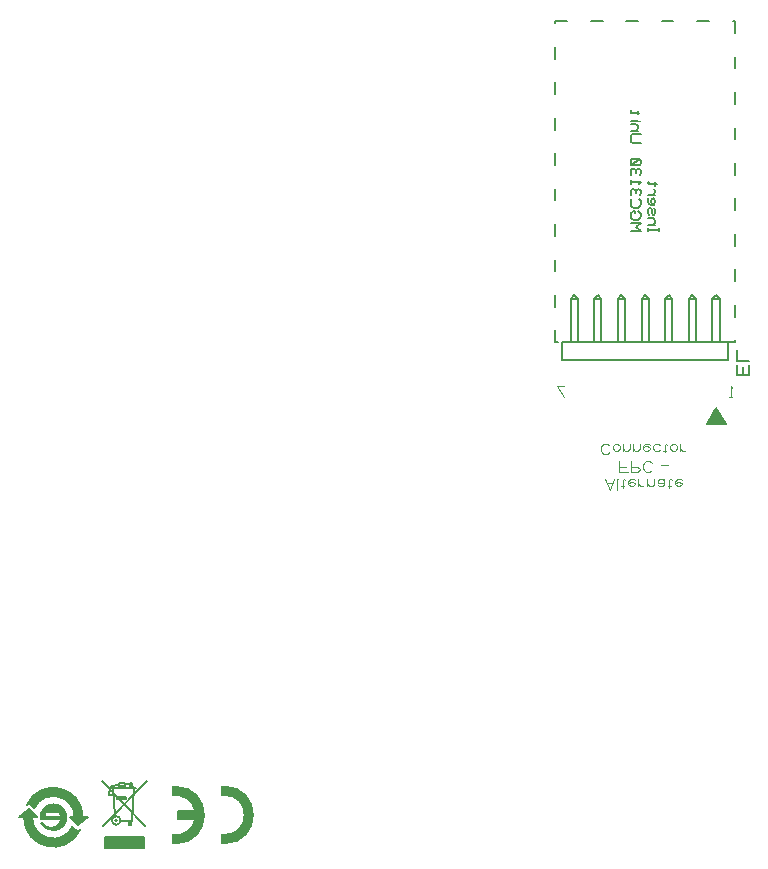
<source format=gbr>
G04 GENERATED BY PULSONIX 7.0 GERBER.DLL 4573*
%INHILLSTAR_100X50_EL_4LAYER_V1_0*%
%LNGERBER_SILKSCREEN_BOTTOM*%
%FSLAX33Y33*%
%IPPOS*%
%LPD*%
%OFA0B0*%
%MOMM*%
%ADD12C,0.150*%
%ADD20C,0.200*%
%ADD21C,0.125*%
%ADD22C,0.127*%
%ADD238C,0.203*%
X0Y0D02*
D02*
D12*
X75319Y97302D02*
X74876Y97745D01*
X74688Y97557*
X74674Y97545*
G75*
G02X79423Y96500I2260J-1045*
G01*
X79829*
X79017Y95814*
X78331Y96500*
X78737*
G75*
G03X75319Y97302I-1803*
G01*
G36*
X74876Y97745*
X74688Y97557*
X74674Y97545*
G75*
G02X79423Y96500I2260J-1045*
G01*
X79829*
X79017Y95814*
X78331Y96500*
X78737*
G75*
G03X75319Y97302I-1803*
G01*
G37*
X78549Y95698D02*
X78991Y95255D01*
X79179Y95443*
X79193Y95455*
G75*
G02X74445Y96500I-2259J1045*
G01*
X74038*
X74851Y97186*
X75537Y96500*
X75130*
G75*
G03X78549Y95698I1804*
G01*
G36*
X78991Y95255*
X79179Y95443*
X79193Y95455*
G75*
G02X74445Y96500I-2259J1045*
G01*
X74038*
X74851Y97186*
X75537Y96500*
X75130*
G75*
G03X78549Y95698I1804*
G01*
G37*
X127304Y146100D02*
X127304Y146394D01*
Y146247D02*
X128187Y146247D01*
Y146100D02*
X128187Y146394D01*
X127304Y146638D02*
X127893Y146638D01*
X127672D02*
X127819Y146711D01*
X127893Y146858*
Y147005*
X127819Y147152*
X127672Y147226*
X127304*
X127378Y147488D02*
X127304Y147635D01*
Y147929*
X127378Y148076*
X127525*
X127598Y147929*
Y147635*
X127672Y147488*
X127819*
X127893Y147635*
Y147929*
X127819Y148076*
X127378Y148926D02*
X127304Y148852D01*
Y148705*
Y148558*
X127378Y148411*
X127525Y148338*
X127745*
X127819Y148411*
X127893Y148558*
Y148705*
X127819Y148852*
X127745Y148926*
X127672*
X127598Y148852*
X127525Y148705*
Y148558*
X127598Y148411*
X127672Y148338*
X127304Y149188D02*
X127893Y149188D01*
X127672D02*
X127819Y149261D01*
X127893Y149408*
Y149555*
X127819Y149702*
X127893Y149963D02*
X127893Y150257D01*
X128040Y150110D02*
X127378Y150110D01*
X127304Y150183*
Y150257*
X127378Y150330*
X125804Y146100D02*
X126687Y146100D01*
X126245Y146468*
X126687Y146835*
X125804*
X126172Y147627D02*
X126172Y147848D01*
X126098*
X125951Y147774*
X125878Y147701*
X125804Y147554*
Y147407*
X125878Y147260*
X125951Y147186*
X126098Y147113*
X126393*
X126540Y147186*
X126613Y147260*
X126687Y147407*
Y147554*
X126613Y147701*
X126540Y147774*
X126393Y147848*
X125951Y148860D02*
X125878Y148787D01*
X125804Y148640*
Y148419*
X125878Y148272*
X125951Y148199*
X126098Y148125*
X126393*
X126540Y148199*
X126613Y148272*
X126687Y148419*
Y148640*
X126613Y148787*
X126540Y148860*
X125878Y149211D02*
X125804Y149358D01*
Y149505*
X125878Y149652*
X126025Y149726*
X126172Y149652*
X126245Y149505*
Y149358*
Y149505D02*
X126319Y149652D01*
X126466Y149726*
X126613Y149652*
X126687Y149505*
Y149358*
X126613Y149211*
X125804Y150135D02*
X125804Y150429D01*
Y150282D02*
X126687Y150282D01*
X126540Y150135*
X125878Y150911D02*
X125804Y151058D01*
Y151205*
X125878Y151352*
X126025Y151426*
X126172Y151352*
X126245Y151205*
Y151058*
Y151205D02*
X126319Y151352D01*
X126466Y151426*
X126613Y151352*
X126687Y151205*
Y151058*
X126613Y150911*
X125878Y151761D02*
X125804Y151908D01*
Y152055*
X125878Y152202*
X126025Y152276*
X126466*
X126613Y152202*
X126687Y152055*
Y151908*
X126613Y151761*
X126466Y151688*
X126025*
X125878Y151761*
X126613Y152202*
X126687Y153613D02*
X126025Y153613D01*
X125878Y153686*
X125804Y153833*
Y154127*
X125878Y154274*
X126025Y154348*
X126687*
X125804Y154625D02*
X126393Y154625D01*
X126172D02*
X126319Y154699D01*
X126393Y154846*
Y154993*
X126319Y155140*
X126172Y155213*
X125804*
Y155475D02*
X126393Y155475D01*
X126613D02*
X126614Y155476D01*
X126393Y156013D02*
X126393Y156307D01*
X126540Y156160D02*
X125878Y156160D01*
X125804Y156233*
Y156307*
X125878Y156380*
X134773Y133950D02*
X135832Y133950D01*
Y134832*
X135303Y134656D02*
X135303Y133950D01*
X134773D02*
X134773Y134832D01*
X135832Y135165D02*
X134773Y135165D01*
Y136047*
D02*
D20*
X77594Y96246D02*
Y96348D01*
X75852*
G75*
G02X76934Y97592I1081J152*
G01*
G75*
G02Y95408J-1092*
G01*
G75*
G02X75920Y96017I-57J1054*
G01*
X75943*
G75*
G03X77594Y96246I774J487*
G01*
X77569Y96551D02*
G75*
G03X76197I-686D01*
G01*
X77569*
X75915Y96894D02*
G36*
G75*
G03X75852Y96348I1018J-394D01*
G01*
X77594*
Y96246*
G75*
G02X75943Y96017I-877J258*
G01*
X75920*
G75*
G03X76934Y95408I957J445*
G01*
G75*
G03X77953Y96894J1092*
G01*
X77477*
G75*
G02X77569Y96551I-594J-343*
G01*
X76197*
G75*
G02X76289Y96894I686*
G01*
X75915*
G37*
X76289D02*
G36*
G75*
G02X77477I594J-343D01*
G01*
X77953*
G75*
G03X75915I-1019J-394*
G01*
X76289*
G37*
X81824Y99160D02*
G75*
G02Y98980J-90D01*
G01*
G75*
G02Y99160J90*
G01*
X88960Y96344D02*
X87522D01*
Y97056*
X88955*
G75*
G03X87040Y98371I-1661J-367*
G01*
Y99062*
G75*
G02X87294Y99076I258J-2374*
G01*
G75*
G02Y94301J-2387*
G01*
G75*
G02X87040Y94314I-5J2387*
G01*
Y95005*
G75*
G03X88960Y96344I254J1682*
G01*
G36*
X87522*
Y97056*
X88955*
G75*
G03X87040Y98371I-1661J-367*
G01*
Y99062*
G75*
G02X87294Y99076I258J-2374*
G01*
G75*
G02Y94301J-2387*
G01*
G75*
G02X87040Y94314I-5J2387*
G01*
Y95005*
G75*
G03X88960Y96344I254J1682*
G01*
G37*
X91180Y94326D02*
Y95017D01*
G75*
G03X91434Y94998I254J1683*
G01*
G75*
G03Y98402J1702*
G01*
G75*
G03X91180Y98383J-1702*
G01*
Y99074*
G75*
G02X91434Y99088I258J-2374*
G01*
G75*
G02Y94312J-2388*
G01*
G75*
G02X91180Y94326I4J2388*
G01*
G36*
Y95017*
G75*
G03X91434Y94998I254J1683*
G01*
G75*
G03Y98402J1702*
G01*
G75*
G03X91180Y98383J-1702*
G01*
Y99074*
G75*
G02X91434Y99088I258J-2374*
G01*
G75*
G02Y94312J-2388*
G01*
G75*
G02X91180Y94326I4J2388*
G01*
G37*
X133059Y131175D02*
X133859Y129775D01*
X132259*
X133059Y131175*
G36*
X133859Y129775*
X132259*
X133059Y131175*
G37*
X134634Y136725D02*
X133634D01*
X131634D02*
X130634D01*
X128634D02*
X127634D01*
X125634D02*
X124634D01*
X122634D02*
X121634D01*
X119634D02*
X119434D01*
Y137725*
Y139725D02*
Y140725D01*
Y142725D02*
Y143725D01*
Y145725D02*
Y146725D01*
Y148725D02*
Y149725D01*
Y151725D02*
Y152725D01*
Y154725D02*
Y155725D01*
Y157725D02*
Y158725D01*
Y160725D02*
Y161725D01*
Y163725D02*
Y163900D01*
X120434*
X122434D02*
X123434D01*
X125434D02*
X126434D01*
X128434D02*
X129434D01*
X131434D02*
X132434D01*
X134434D02*
X134634D01*
Y162900*
Y160900D02*
Y159900D01*
Y157900D02*
Y156900D01*
Y154900D02*
Y153900D01*
Y151900D02*
Y150900D01*
Y148900D02*
Y147900D01*
Y145900D02*
Y144900D01*
Y142900D02*
Y141900D01*
Y139900D02*
Y138900D01*
Y136900D02*
Y136725D01*
D02*
D21*
X120159Y132121D02*
X119570Y133003D01*
X120159*
X123659Y125129D02*
X124026Y124247D01*
X124394Y125129*
X123806Y124762D02*
X124247Y124762D01*
X124745Y125129D02*
X124671Y125129D01*
Y124247*
X124984Y124541D02*
X125278Y124541D01*
X125131Y124394D02*
X125131Y125056D01*
X125204Y125129*
X125278*
X125351Y125056*
X126197D02*
X126123Y125129D01*
X125976*
X125829*
X125682Y125056*
X125609Y124909*
Y124688*
X125682Y124615*
X125829Y124541*
X125976*
X126123Y124615*
X126197Y124688*
Y124762*
X126123Y124835*
X125976Y124909*
X125829*
X125682Y124835*
X125609Y124762*
X126459Y125129D02*
X126459Y124541D01*
Y124762D02*
X126532Y124615D01*
X126679Y124541*
X126826*
X126973Y124615*
X127234Y125129D02*
X127234Y124541D01*
Y124762D02*
X127307Y124615D01*
X127454Y124541*
X127601*
X127748Y124615*
X127822Y124762*
Y125129*
X128084Y124615D02*
X128231Y124541D01*
X128451*
X128598Y124615*
X128672Y124762*
Y124982*
X128598Y125056*
X128451Y125129*
X128304*
X128157Y125056*
X128084Y124982*
Y124909*
X128157Y124835*
X128304Y124762*
X128451*
X128598Y124835*
X128672Y124909*
Y124982D02*
X128672Y125129D01*
X128934Y124541D02*
X129228Y124541D01*
X129081Y124394D02*
X129081Y125056D01*
X129154Y125129*
X129228*
X129301Y125056*
X130147D02*
X130073Y125129D01*
X129926*
X129779*
X129632Y125056*
X129559Y124909*
Y124688*
X129632Y124615*
X129779Y124541*
X129926*
X130073Y124615*
X130147Y124688*
Y124762*
X130073Y124835*
X129926Y124909*
X129779*
X129632Y124835*
X129559Y124762*
X124821Y126629D02*
X124821Y125747D01*
X125557*
X125409Y126188D02*
X124821Y126188D01*
X125834Y126629D02*
X125834Y125747D01*
X126348*
X126495Y125821*
X126569Y125968*
X126495Y126115*
X126348Y126188*
X125834*
X127582Y126482D02*
X127508Y126556D01*
X127361Y126629*
X127140*
X126993Y126556*
X126920Y126482*
X126846Y126335*
Y126041*
X126920Y125894*
X126993Y125821*
X127140Y125747*
X127361*
X127508Y125821*
X127582Y125894*
X128396Y126335D02*
X128984Y126335D01*
X124013Y127982D02*
X123939Y128056D01*
X123792Y128129*
X123572*
X123425Y128056*
X123351Y127982*
X123277Y127835*
Y127541*
X123351Y127394*
X123425Y127321*
X123572Y127247*
X123792*
X123939Y127321*
X124013Y127394*
X124290Y127909D02*
X124364Y128056D01*
X124511Y128129*
X124658*
X124805Y128056*
X124878Y127909*
Y127762*
X124805Y127615*
X124658Y127541*
X124511*
X124364Y127615*
X124290Y127762*
Y127909*
X125140Y128129D02*
X125140Y127541D01*
Y127762D02*
X125214Y127615D01*
X125361Y127541*
X125508*
X125655Y127615*
X125728Y127762*
Y128129*
X125990D02*
X125990Y127541D01*
Y127762D02*
X126064Y127615D01*
X126211Y127541*
X126358*
X126505Y127615*
X126578Y127762*
Y128129*
X127428Y128056D02*
X127355Y128129D01*
X127208*
X127061*
X126914Y128056*
X126840Y127909*
Y127688*
X126914Y127615*
X127061Y127541*
X127208*
X127355Y127615*
X127428Y127688*
Y127762*
X127355Y127835*
X127208Y127909*
X127061*
X126914Y127835*
X126840Y127762*
X128278Y127615D02*
X128131Y127541D01*
X127911*
X127764Y127615*
X127690Y127762*
Y127909*
X127764Y128056*
X127911Y128129*
X128131*
X128278Y128056*
X128540Y127541D02*
X128834Y127541D01*
X128687Y127394D02*
X128687Y128056D01*
X128761Y128129*
X128834*
X128908Y128056*
X129165Y127909D02*
X129239Y128056D01*
X129386Y128129*
X129533*
X129680Y128056*
X129753Y127909*
Y127762*
X129680Y127615*
X129533Y127541*
X129386*
X129239Y127615*
X129165Y127762*
Y127909*
X130015Y128129D02*
X130015Y127541D01*
Y127762D02*
X130089Y127615D01*
X130236Y127541*
X130383*
X130530Y127615*
X134412Y132121D02*
X134118Y132121D01*
X134265D02*
X134265Y133003D01*
X134412Y132856*
D02*
D22*
X81044Y99540D02*
X84694Y95770D01*
X81944Y98940D02*
X82114Y96570D01*
X81954Y98740D02*
X81664D01*
Y98380*
X81954*
Y98740*
X82254Y96330D02*
G75*
G02Y96130J-100D01*
G01*
G75*
G02Y96330J100*
G01*
G36*
G75*
G02Y96130J-100*
G01*
G75*
G02Y96330J100*
G01*
G37*
Y96600D02*
G75*
G02Y95860J-370D01*
G01*
G75*
G02Y96600J370*
G01*
Y96580D02*
G75*
G02Y95880J-350D01*
G01*
G75*
G02Y96580J350*
G01*
X81884Y96230D02*
G36*
G75*
G03X82254Y95860I370D01*
G01*
G75*
G03X82624Y96230J370*
G01*
X82604*
G75*
G02X82254Y95880I-350*
G01*
G75*
G02X81904Y96230J350*
G01*
X81884*
G37*
X81904D02*
G36*
G75*
G02X82254Y96580I350D01*
G01*
G75*
G02X82604Y96230J-350*
G01*
X82624*
G75*
G03X82254Y96600I-370*
G01*
G75*
G03X81884Y96230J-370*
G01*
X81904*
G37*
X82514Y99310D02*
G75*
G03X81954Y99130I-42J-829D01*
G01*
Y99140*
X83024Y99430D02*
X82524D01*
Y99190*
X83024*
Y99430*
X83064Y98090D02*
X82334D01*
Y98260*
X83064*
Y98090*
G36*
X82334*
Y98260*
X83064*
Y98090*
G37*
X83404Y99290D02*
X83024Y99330D01*
X83514Y96180D02*
X83354D01*
Y95860*
X83514*
Y96180*
G36*
X83354*
Y95860*
X83514*
Y96180*
G37*
X83574Y99220D02*
G75*
G02X83824Y98970I-38J-288D01*
G01*
Y98940*
X83574Y99370D02*
X83404D01*
Y98940*
X83574*
Y99370*
X83754Y98940D02*
X83554Y96180D01*
X82624*
X83954Y98940D02*
X81804D01*
X84584Y94790D02*
X81284D01*
Y93940*
X84584*
Y94790*
G36*
X81284*
Y93940*
X84584*
Y94790*
G37*
X84824Y99540D02*
X81174Y95770D01*
X120729Y136725D02*
Y140420D01*
X121034Y140725*
X121339Y136725D02*
Y140420D01*
X121034Y140725*
X121339Y140420D02*
X120729D01*
X122729Y136725D02*
Y140420D01*
X123034Y140725*
X123339Y136725D02*
Y140420D01*
X123034Y140725*
X123339Y140420D02*
X122729D01*
X124729Y136725D02*
Y140420D01*
X125034Y140725*
X125339Y136725D02*
Y140420D01*
X125034Y140725*
X125339Y140420D02*
X124729D01*
X126729Y136725D02*
Y140420D01*
X127034Y140725*
X127339Y136725D02*
Y140420D01*
X127034Y140725*
X127339Y140420D02*
X126729D01*
X128729Y136725D02*
Y140420D01*
X129034Y140725*
X129339Y136725D02*
Y140420D01*
X129034Y140725*
X129339Y140420D02*
X128729D01*
X130729Y136725D02*
Y140420D01*
X131034Y140725*
X131339Y136725D02*
Y140420D01*
X131034Y140725*
X131339Y140420D02*
X130729D01*
X132729Y136725D02*
Y140420D01*
X133034Y140725*
X133339Y136725D02*
Y140420D01*
X133034Y140725*
X133339Y140420D02*
X132729D01*
D02*
D238*
X120034Y135225D02*
Y136725D01*
X134034*
Y135225*
X120034*
X0Y0D02*
M02*

</source>
